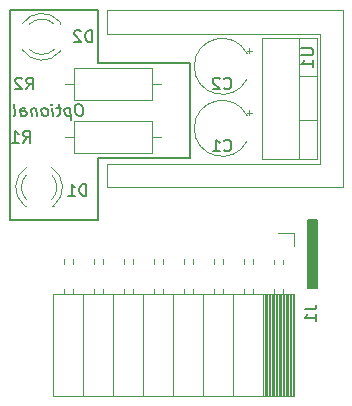
<source format=gbo>
G04 #@! TF.GenerationSoftware,KiCad,Pcbnew,(6.0.10)*
G04 #@! TF.CreationDate,2023-01-21T16:14:00+01:00*
G04 #@! TF.ProjectId,MS 5V for Powr Bus,4d532035-5620-4666-9f72-20506f777220,1.0*
G04 #@! TF.SameCoordinates,Original*
G04 #@! TF.FileFunction,Legend,Bot*
G04 #@! TF.FilePolarity,Positive*
%FSLAX46Y46*%
G04 Gerber Fmt 4.6, Leading zero omitted, Abs format (unit mm)*
G04 Created by KiCad (PCBNEW (6.0.10)) date 2023-01-21 16:14:00*
%MOMM*%
%LPD*%
G01*
G04 APERTURE LIST*
%ADD10C,0.150000*%
%ADD11C,0.200000*%
%ADD12C,0.120000*%
%ADD13C,1.600000*%
%ADD14O,1.600000X1.600000*%
%ADD15R,1.600000X1.600000*%
%ADD16R,1.800000X1.800000*%
%ADD17C,1.800000*%
%ADD18R,2.000000X1.905000*%
%ADD19O,2.000000X1.905000*%
%ADD20R,1.700000X1.700000*%
%ADD21O,1.700000X1.700000*%
G04 APERTURE END LIST*
D10*
X175250000Y-93000000D02*
X176000000Y-93000000D01*
X176000000Y-93000000D02*
X176000000Y-98750000D01*
X176000000Y-98750000D02*
X175250000Y-98750000D01*
X175250000Y-98750000D02*
X175250000Y-93000000D01*
G36*
X175250000Y-93000000D02*
G01*
X176000000Y-93000000D01*
X176000000Y-98750000D01*
X175250000Y-98750000D01*
X175250000Y-93000000D01*
G37*
D11*
X157500000Y-79750000D02*
X165250000Y-79750000D01*
X165250000Y-87750000D01*
X157500000Y-87750000D01*
X157500000Y-93000000D01*
X150000000Y-93000000D01*
X150000000Y-75250000D01*
X157500000Y-75250000D01*
X157500000Y-79750000D01*
D10*
X155910148Y-83202380D02*
X155719672Y-83202380D01*
X155630386Y-83250000D01*
X155547053Y-83345238D01*
X155523244Y-83535714D01*
X155564910Y-83869047D01*
X155636339Y-84059523D01*
X155743482Y-84154761D01*
X155844672Y-84202380D01*
X156035148Y-84202380D01*
X156124434Y-84154761D01*
X156207767Y-84059523D01*
X156231577Y-83869047D01*
X156189910Y-83535714D01*
X156118482Y-83345238D01*
X156011339Y-83250000D01*
X155910148Y-83202380D01*
X155094672Y-83535714D02*
X155219672Y-84535714D01*
X155100625Y-83583333D02*
X154999434Y-83535714D01*
X154808958Y-83535714D01*
X154719672Y-83583333D01*
X154678005Y-83630952D01*
X154642291Y-83726190D01*
X154678005Y-84011904D01*
X154737529Y-84107142D01*
X154791101Y-84154761D01*
X154892291Y-84202380D01*
X155082767Y-84202380D01*
X155172053Y-84154761D01*
X154332767Y-83535714D02*
X153951815Y-83535714D01*
X154148244Y-83202380D02*
X154255386Y-84059523D01*
X154219672Y-84154761D01*
X154130386Y-84202380D01*
X154035148Y-84202380D01*
X153701815Y-84202380D02*
X153618482Y-83535714D01*
X153576815Y-83202380D02*
X153630386Y-83250000D01*
X153588720Y-83297619D01*
X153535148Y-83250000D01*
X153576815Y-83202380D01*
X153588720Y-83297619D01*
X153082767Y-84202380D02*
X153172053Y-84154761D01*
X153213720Y-84107142D01*
X153249434Y-84011904D01*
X153213720Y-83726190D01*
X153154196Y-83630952D01*
X153100625Y-83583333D01*
X152999434Y-83535714D01*
X152856577Y-83535714D01*
X152767291Y-83583333D01*
X152725625Y-83630952D01*
X152689910Y-83726190D01*
X152725625Y-84011904D01*
X152785148Y-84107142D01*
X152838720Y-84154761D01*
X152939910Y-84202380D01*
X153082767Y-84202380D01*
X152237529Y-83535714D02*
X152320863Y-84202380D01*
X152249434Y-83630952D02*
X152195863Y-83583333D01*
X152094672Y-83535714D01*
X151951815Y-83535714D01*
X151862529Y-83583333D01*
X151826815Y-83678571D01*
X151892291Y-84202380D01*
X150987529Y-84202380D02*
X150922053Y-83678571D01*
X150957767Y-83583333D01*
X151047053Y-83535714D01*
X151237529Y-83535714D01*
X151338720Y-83583333D01*
X150981577Y-84154761D02*
X151082767Y-84202380D01*
X151320863Y-84202380D01*
X151410148Y-84154761D01*
X151445863Y-84059523D01*
X151433958Y-83964285D01*
X151374434Y-83869047D01*
X151273244Y-83821428D01*
X151035148Y-83821428D01*
X150933958Y-83773809D01*
X150368482Y-84202380D02*
X150457767Y-84154761D01*
X150493482Y-84059523D01*
X150386339Y-83202380D01*
X151416666Y-81952380D02*
X151750000Y-81476190D01*
X151988095Y-81952380D02*
X151988095Y-80952380D01*
X151607142Y-80952380D01*
X151511904Y-81000000D01*
X151464285Y-81047619D01*
X151416666Y-81142857D01*
X151416666Y-81285714D01*
X151464285Y-81380952D01*
X151511904Y-81428571D01*
X151607142Y-81476190D01*
X151988095Y-81476190D01*
X151035714Y-81047619D02*
X150988095Y-81000000D01*
X150892857Y-80952380D01*
X150654761Y-80952380D01*
X150559523Y-81000000D01*
X150511904Y-81047619D01*
X150464285Y-81142857D01*
X150464285Y-81238095D01*
X150511904Y-81380952D01*
X151083333Y-81952380D01*
X150464285Y-81952380D01*
X168166666Y-81857142D02*
X168214285Y-81904761D01*
X168357142Y-81952380D01*
X168452380Y-81952380D01*
X168595238Y-81904761D01*
X168690476Y-81809523D01*
X168738095Y-81714285D01*
X168785714Y-81523809D01*
X168785714Y-81380952D01*
X168738095Y-81190476D01*
X168690476Y-81095238D01*
X168595238Y-81000000D01*
X168452380Y-80952380D01*
X168357142Y-80952380D01*
X168214285Y-81000000D01*
X168166666Y-81047619D01*
X167785714Y-81047619D02*
X167738095Y-81000000D01*
X167642857Y-80952380D01*
X167404761Y-80952380D01*
X167309523Y-81000000D01*
X167261904Y-81047619D01*
X167214285Y-81142857D01*
X167214285Y-81238095D01*
X167261904Y-81380952D01*
X167833333Y-81952380D01*
X167214285Y-81952380D01*
X168166666Y-87107142D02*
X168214285Y-87154761D01*
X168357142Y-87202380D01*
X168452380Y-87202380D01*
X168595238Y-87154761D01*
X168690476Y-87059523D01*
X168738095Y-86964285D01*
X168785714Y-86773809D01*
X168785714Y-86630952D01*
X168738095Y-86440476D01*
X168690476Y-86345238D01*
X168595238Y-86250000D01*
X168452380Y-86202380D01*
X168357142Y-86202380D01*
X168214285Y-86250000D01*
X168166666Y-86297619D01*
X167214285Y-87202380D02*
X167785714Y-87202380D01*
X167500000Y-87202380D02*
X167500000Y-86202380D01*
X167595238Y-86345238D01*
X167690476Y-86440476D01*
X167785714Y-86488095D01*
X156488095Y-90952380D02*
X156488095Y-89952380D01*
X156250000Y-89952380D01*
X156107142Y-90000000D01*
X156011904Y-90095238D01*
X155964285Y-90190476D01*
X155916666Y-90380952D01*
X155916666Y-90523809D01*
X155964285Y-90714285D01*
X156011904Y-90809523D01*
X156107142Y-90904761D01*
X156250000Y-90952380D01*
X156488095Y-90952380D01*
X154964285Y-90952380D02*
X155535714Y-90952380D01*
X155250000Y-90952380D02*
X155250000Y-89952380D01*
X155345238Y-90095238D01*
X155440476Y-90190476D01*
X155535714Y-90238095D01*
X174702380Y-78488095D02*
X175511904Y-78488095D01*
X175607142Y-78535714D01*
X175654761Y-78583333D01*
X175702380Y-78678571D01*
X175702380Y-78869047D01*
X175654761Y-78964285D01*
X175607142Y-79011904D01*
X175511904Y-79059523D01*
X174702380Y-79059523D01*
X175702380Y-80059523D02*
X175702380Y-79488095D01*
X175702380Y-79773809D02*
X174702380Y-79773809D01*
X174845238Y-79678571D01*
X174940476Y-79583333D01*
X174988095Y-79488095D01*
X156988095Y-77952380D02*
X156988095Y-76952380D01*
X156750000Y-76952380D01*
X156607142Y-77000000D01*
X156511904Y-77095238D01*
X156464285Y-77190476D01*
X156416666Y-77380952D01*
X156416666Y-77523809D01*
X156464285Y-77714285D01*
X156511904Y-77809523D01*
X156607142Y-77904761D01*
X156750000Y-77952380D01*
X156988095Y-77952380D01*
X156035714Y-77047619D02*
X155988095Y-77000000D01*
X155892857Y-76952380D01*
X155654761Y-76952380D01*
X155559523Y-77000000D01*
X155511904Y-77047619D01*
X155464285Y-77142857D01*
X155464285Y-77238095D01*
X155511904Y-77380952D01*
X156083333Y-77952380D01*
X155464285Y-77952380D01*
X174972380Y-100566666D02*
X175686666Y-100566666D01*
X175829523Y-100519047D01*
X175924761Y-100423809D01*
X175972380Y-100280952D01*
X175972380Y-100185714D01*
X175972380Y-101566666D02*
X175972380Y-100995238D01*
X175972380Y-101280952D02*
X174972380Y-101280952D01*
X175115238Y-101185714D01*
X175210476Y-101090476D01*
X175258095Y-100995238D01*
X151166666Y-86452380D02*
X151500000Y-85976190D01*
X151738095Y-86452380D02*
X151738095Y-85452380D01*
X151357142Y-85452380D01*
X151261904Y-85500000D01*
X151214285Y-85547619D01*
X151166666Y-85642857D01*
X151166666Y-85785714D01*
X151214285Y-85880952D01*
X151261904Y-85928571D01*
X151357142Y-85976190D01*
X151738095Y-85976190D01*
X150214285Y-86452380D02*
X150785714Y-86452380D01*
X150500000Y-86452380D02*
X150500000Y-85452380D01*
X150595238Y-85595238D01*
X150690476Y-85690476D01*
X150785714Y-85738095D01*
D12*
X155480000Y-80130000D02*
X162020000Y-80130000D01*
X155480000Y-82870000D02*
X155480000Y-80130000D01*
X162020000Y-80130000D02*
X162020000Y-82870000D01*
X154710000Y-81500000D02*
X155480000Y-81500000D01*
X162790000Y-81500000D02*
X162020000Y-81500000D01*
X162020000Y-82870000D02*
X155480000Y-82870000D01*
X176250000Y-88250000D02*
X158250000Y-88250000D01*
X176250000Y-88250000D02*
X176250000Y-77250000D01*
X158250000Y-90250000D02*
X158250000Y-88250000D01*
X158250000Y-75250000D02*
X178250000Y-75250000D01*
X158250000Y-77250000D02*
X158250000Y-75250000D01*
X178250000Y-90250000D02*
X178250000Y-75250000D01*
X178250000Y-90250000D02*
X158250000Y-90250000D01*
X158250000Y-77250000D02*
X176250000Y-77250000D01*
X170312288Y-78440000D02*
X170312288Y-78890000D01*
X170537288Y-78665000D02*
X170087288Y-78665000D01*
X170119741Y-78940000D02*
G75*
G03*
X170119741Y-81060000I-2119741J-1060000D01*
G01*
X170312288Y-83690000D02*
X170312288Y-84140000D01*
X170537288Y-83915000D02*
X170087288Y-83915000D01*
X170119741Y-84190000D02*
G75*
G03*
X170119741Y-86310000I-2119741J-1060000D01*
G01*
X153736000Y-91800000D02*
X153580000Y-91800000D01*
X151420000Y-91800000D02*
X151264000Y-91800000D01*
X151421392Y-88567665D02*
G75*
G03*
X151264484Y-91800000I1078608J-1672335D01*
G01*
X153580000Y-91280961D02*
G75*
G03*
X153579837Y-89198870I-1080000J1040961D01*
G01*
X151420163Y-89198870D02*
G75*
G03*
X151420000Y-91280961I1079837J-1041130D01*
G01*
X153735516Y-91800000D02*
G75*
G03*
X153578608Y-88567665I-1235516J1560000D01*
G01*
X176020000Y-87830000D02*
X176020000Y-77590000D01*
X174510000Y-87830000D02*
X174510000Y-77590000D01*
X176020000Y-77590000D02*
X171379000Y-77590000D01*
X176020000Y-87830000D02*
X171379000Y-87830000D01*
X171379000Y-87830000D02*
X171379000Y-77590000D01*
X176020000Y-84560000D02*
X174510000Y-84560000D01*
X176020000Y-80859000D02*
X174510000Y-80859000D01*
X154290000Y-78580000D02*
X154290000Y-78736000D01*
X154290000Y-76264000D02*
X154290000Y-76420000D01*
X153770961Y-76420000D02*
G75*
G03*
X151688870Y-76420163I-1040961J-1080000D01*
G01*
X154290000Y-76264484D02*
G75*
G03*
X151057665Y-76421392I-1560000J-1235516D01*
G01*
X151688870Y-78579837D02*
G75*
G03*
X153770961Y-78580000I1041130J1079837D01*
G01*
X151057665Y-78578608D02*
G75*
G03*
X154290000Y-78735516I1672335J1078608D01*
G01*
X157870000Y-99250000D02*
X157870000Y-98840000D01*
X168940000Y-107880000D02*
X168940000Y-99250000D01*
X173133335Y-107880000D02*
X173133335Y-99250000D01*
X160410000Y-99250000D02*
X160410000Y-98840000D01*
X173015240Y-107880000D02*
X173015240Y-99250000D01*
X154610000Y-99250000D02*
X154610000Y-98840000D01*
X154610000Y-96740000D02*
X154610000Y-96300000D01*
X173110000Y-99250000D02*
X173110000Y-98840000D01*
X170570000Y-96740000D02*
X170570000Y-96300000D01*
X173841905Y-107880000D02*
X173841905Y-99250000D01*
X158780000Y-107880000D02*
X158780000Y-99250000D01*
X156240000Y-107880000D02*
X156240000Y-99250000D01*
X165490000Y-96740000D02*
X165490000Y-96300000D01*
X157150000Y-96740000D02*
X157150000Y-96300000D01*
X171834290Y-107880000D02*
X171834290Y-99250000D01*
X173723810Y-107880000D02*
X173723810Y-99250000D01*
X169850000Y-96740000D02*
X169850000Y-96300000D01*
X172390000Y-99250000D02*
X172390000Y-98840000D01*
X162950000Y-99250000D02*
X162950000Y-98840000D01*
X171716195Y-107880000D02*
X171716195Y-99250000D01*
X160410000Y-96740000D02*
X160410000Y-96300000D01*
X168030000Y-96740000D02*
X168030000Y-96300000D01*
X174080000Y-107880000D02*
X174080000Y-99250000D01*
X171598100Y-107880000D02*
X171598100Y-99250000D01*
X174080000Y-99250000D02*
X153640000Y-99250000D01*
X173605715Y-107880000D02*
X173605715Y-99250000D01*
X173960000Y-107880000D02*
X173960000Y-99250000D01*
X171480000Y-107880000D02*
X171480000Y-99250000D01*
X173251430Y-107880000D02*
X173251430Y-99250000D01*
X168030000Y-99250000D02*
X168030000Y-98840000D01*
X162950000Y-96740000D02*
X162950000Y-96300000D01*
X172542860Y-107880000D02*
X172542860Y-99250000D01*
X172660955Y-107880000D02*
X172660955Y-99250000D01*
X173110000Y-96740000D02*
X173110000Y-96360000D01*
X172390000Y-96740000D02*
X172390000Y-96360000D01*
X153640000Y-107880000D02*
X153640000Y-99250000D01*
X163860000Y-107880000D02*
X163860000Y-99250000D01*
X155330000Y-96740000D02*
X155330000Y-96300000D01*
X172070480Y-107880000D02*
X172070480Y-99250000D01*
X162230000Y-96740000D02*
X162230000Y-96300000D01*
X164770000Y-96740000D02*
X164770000Y-96300000D01*
X170570000Y-99250000D02*
X170570000Y-98840000D01*
X165490000Y-99250000D02*
X165490000Y-98840000D01*
X173369525Y-107880000D02*
X173369525Y-99250000D01*
X157870000Y-96740000D02*
X157870000Y-96300000D01*
X157150000Y-99250000D02*
X157150000Y-98840000D01*
X172779050Y-107880000D02*
X172779050Y-99250000D01*
X174080000Y-95250000D02*
X174080000Y-94140000D01*
X172306670Y-107880000D02*
X172306670Y-99250000D01*
X162230000Y-99250000D02*
X162230000Y-98840000D01*
X167310000Y-96740000D02*
X167310000Y-96300000D01*
X161320000Y-107880000D02*
X161320000Y-99250000D01*
X155330000Y-99250000D02*
X155330000Y-98840000D01*
X173487620Y-107880000D02*
X173487620Y-99250000D01*
X159690000Y-99250000D02*
X159690000Y-98840000D01*
X172188575Y-107880000D02*
X172188575Y-99250000D01*
X172897145Y-107880000D02*
X172897145Y-99250000D01*
X169850000Y-99250000D02*
X169850000Y-98840000D01*
X166400000Y-107880000D02*
X166400000Y-99250000D01*
X174080000Y-94140000D02*
X172750000Y-94140000D01*
X172424765Y-107880000D02*
X172424765Y-99250000D01*
X164770000Y-99250000D02*
X164770000Y-98840000D01*
X159690000Y-96740000D02*
X159690000Y-96300000D01*
X171952385Y-107880000D02*
X171952385Y-99250000D01*
X167310000Y-99250000D02*
X167310000Y-98840000D01*
X174080000Y-107880000D02*
X153640000Y-107880000D01*
X155480000Y-84630000D02*
X162020000Y-84630000D01*
X162020000Y-84630000D02*
X162020000Y-87370000D01*
X162020000Y-87370000D02*
X155480000Y-87370000D01*
X162790000Y-86000000D02*
X162020000Y-86000000D01*
X155480000Y-87370000D02*
X155480000Y-84630000D01*
X154710000Y-86000000D02*
X155480000Y-86000000D01*
%LPC*%
D13*
X163830000Y-81500000D03*
D14*
X153670000Y-81500000D03*
D15*
X169250000Y-80000000D03*
D13*
X166750000Y-80000000D03*
D15*
X169250000Y-85250000D03*
D13*
X166750000Y-85250000D03*
D16*
X152500000Y-91510000D03*
D17*
X152500000Y-88970000D03*
D18*
X172750000Y-85250000D03*
D19*
X172750000Y-82710000D03*
X172750000Y-80170000D03*
D16*
X154000000Y-77500000D03*
D17*
X151460000Y-77500000D03*
D20*
X172750000Y-95250000D03*
D21*
X172750000Y-97790000D03*
X170210000Y-95250000D03*
X170210000Y-97790000D03*
X167670000Y-95250000D03*
X167670000Y-97790000D03*
X165130000Y-95250000D03*
X165130000Y-97790000D03*
X162590000Y-95250000D03*
X162590000Y-97790000D03*
X160050000Y-95250000D03*
X160050000Y-97790000D03*
X157510000Y-95250000D03*
X157510000Y-97790000D03*
X154970000Y-95250000D03*
X154970000Y-97790000D03*
D13*
X163830000Y-86000000D03*
D14*
X153670000Y-86000000D03*
M02*

</source>
